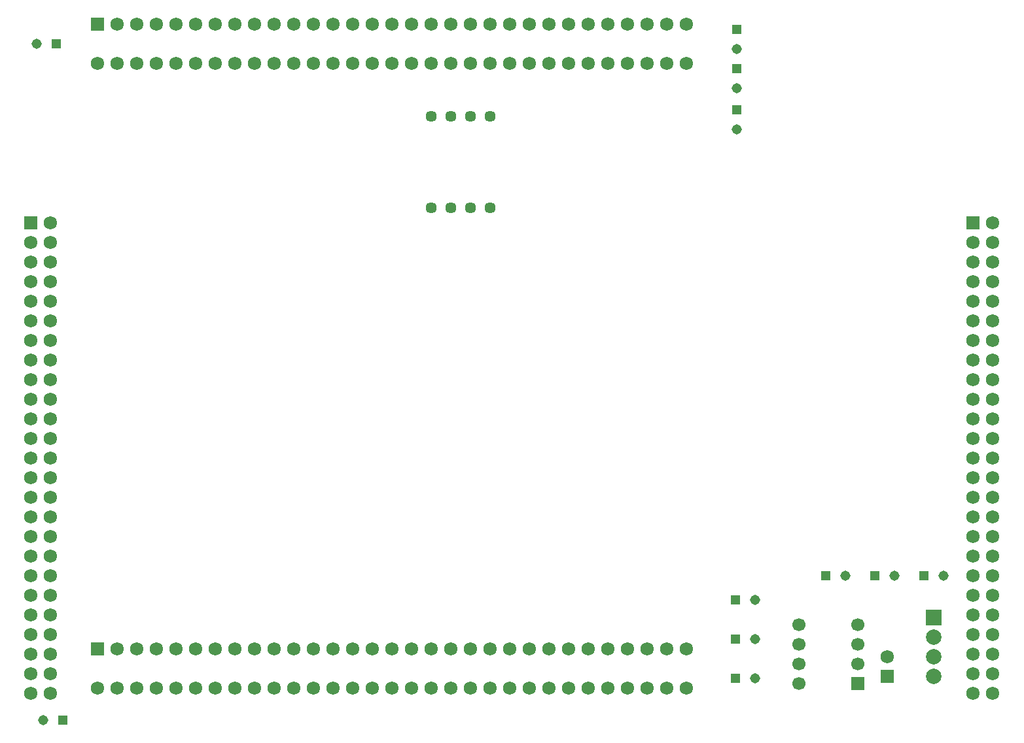
<source format=gbr>
G04 DipTrace 4.0.0.5*
G04 TopMask.gbr*
%MOIN*%
G04 #@! TF.FileFunction,Soldermask,Top*
G04 #@! TF.Part,Single*
%ADD37C,0.057093*%
%ADD39C,0.066935*%
%ADD41R,0.066935X0.066935*%
%ADD43C,0.078746*%
%ADD45R,0.078746X0.078746*%
%ADD47C,0.051581*%
%ADD49R,0.051581X0.051581*%
%ADD51R,0.06788X0.06788*%
%ADD53C,0.06788*%
%FSLAX26Y26*%
G04*
G70*
G90*
G75*
G01*
G04 TopMask*
%LPD*%
D53*
X5393700Y943700D3*
X593700D3*
X493700D3*
X593700Y1043700D3*
X493700D3*
X593700Y1343700D3*
X493700D3*
X593700Y1843700D3*
X493700D3*
X593700Y3043700D3*
Y2943700D3*
Y2843700D3*
Y2743700D3*
Y2643700D3*
Y2543700D3*
Y2443700D3*
Y2343700D3*
Y2243700D3*
Y2143700D3*
X493700D3*
Y2243700D3*
Y2343700D3*
Y2443700D3*
Y2543700D3*
Y2643700D3*
Y2743700D3*
Y2843700D3*
Y2943700D3*
D51*
Y3043700D3*
D53*
Y2043700D3*
X593700D3*
X493700Y1943700D3*
X593700D3*
X493700Y1743700D3*
X593700D3*
X493700Y1643700D3*
X593700D3*
X493700Y1543700D3*
X593700D3*
X493700Y1443700D3*
X593700D3*
X493700Y1243700D3*
X593700D3*
Y1143700D3*
X493700D3*
Y843700D3*
X593700D3*
X493700Y743700D3*
X593700D3*
X493700Y643700D3*
X593700D3*
X5293700Y943700D3*
X5393700Y1043700D3*
X5293700D3*
X5393700Y1343700D3*
X5293700D3*
X5393700Y1843700D3*
X5293700D3*
X5393700Y3043700D3*
Y2943700D3*
Y2843700D3*
Y2743700D3*
Y2643700D3*
Y2543700D3*
Y2443700D3*
Y2343700D3*
Y2243700D3*
Y2143700D3*
X5293700D3*
Y2243700D3*
Y2343700D3*
Y2443700D3*
Y2543700D3*
Y2643700D3*
Y2743700D3*
Y2843700D3*
Y2943700D3*
D51*
Y3043700D3*
D53*
Y2043700D3*
X5393700D3*
X5293700Y1943700D3*
X5393700D3*
X5293700Y1743700D3*
X5393700D3*
X5293700Y1643700D3*
X5393700D3*
X5293700Y1543700D3*
X5393700D3*
X5293700Y1443700D3*
X5393700D3*
X5293700Y1243700D3*
X5393700D3*
Y1143700D3*
X5293700D3*
Y843700D3*
X5393700D3*
X5293700Y743700D3*
X5393700D3*
X5293700Y643700D3*
X5393700D3*
D49*
X4793700Y1243700D3*
D47*
X4893700D3*
D53*
X3731200Y868700D3*
Y668700D3*
X3631200Y868700D3*
Y668700D3*
X3231200Y868700D3*
Y668700D3*
X3131200Y868700D3*
Y668700D3*
X3031200Y868700D3*
Y668700D3*
X2731200D3*
Y868700D3*
X2631200D3*
Y668700D3*
X2231200D3*
X2131200D3*
X2031200D3*
X1931200D3*
X1831200D3*
X831200D3*
X931200D3*
X1031200D3*
X1131200D3*
X1231200D3*
X1331200D3*
X1431200D3*
X1531200D3*
X1631200D3*
X1731200D3*
X2231200Y868700D3*
X2131200D3*
X2031200D3*
X1931200D3*
X1831200D3*
X1731200D3*
X1631200D3*
X1531200D3*
X1431200D3*
X1331200D3*
X1231200D3*
X1131200D3*
X1031200D3*
X931200D3*
D51*
X831200D3*
D53*
X2331200Y668700D3*
Y868700D3*
X2431200D3*
Y668700D3*
X2531200Y868700D3*
Y668700D3*
X2831200D3*
Y868700D3*
X2931200D3*
Y668700D3*
X3331200D3*
Y868700D3*
X3431200Y668700D3*
Y868700D3*
X3531200Y668700D3*
Y868700D3*
X3831200Y668700D3*
Y868700D3*
D45*
X5093700Y1031200D3*
D43*
Y931200D3*
Y831200D3*
Y731200D3*
D41*
X4706200Y693700D3*
D39*
Y793700D3*
Y893700D3*
Y993700D3*
X4406200D3*
Y893700D3*
Y793700D3*
Y693700D3*
D49*
X4543700Y1243700D3*
D47*
X4643700D3*
D51*
X4856200Y731200D3*
D53*
Y831200D3*
D49*
X623773Y3956200D3*
D47*
X523773D3*
D49*
X4088627Y4031200D3*
D47*
Y3931200D3*
D49*
Y3618700D3*
D47*
Y3518700D3*
D49*
X4088626Y3831200D3*
D47*
X4088627Y3731200D3*
D49*
X4081200Y918700D3*
D47*
X4181200D3*
D49*
X4081200Y718700D3*
D47*
X4181200D3*
D49*
X4081200Y1118700D3*
D47*
X4181200D3*
D49*
X656200Y506200D3*
D47*
X556200D3*
D49*
X5043700Y1243700D3*
D47*
X5143700D3*
D53*
X3731200Y4056200D3*
Y3856200D3*
X3631200Y4056200D3*
Y3856200D3*
X3231200Y4056200D3*
Y3856200D3*
X3131200Y4056200D3*
Y3856200D3*
X3031200Y4056200D3*
Y3856200D3*
X2731200D3*
Y4056200D3*
X2631200D3*
Y3856200D3*
X2231200D3*
X2131200D3*
X2031200D3*
X1931200D3*
X1831200D3*
X831200D3*
X931200D3*
X1031200D3*
X1131200D3*
X1231200D3*
X1331200D3*
X1431200D3*
X1531200D3*
X1631200D3*
X1731200D3*
X2231200Y4056200D3*
X2131200D3*
X2031200D3*
X1931200D3*
X1831200D3*
X1731200D3*
X1631200D3*
X1531200D3*
X1431200D3*
X1331200D3*
X1231200D3*
X1131200D3*
X1031200D3*
X931200D3*
D51*
X831200D3*
D53*
X2331200Y3856200D3*
Y4056200D3*
X2431200D3*
Y3856200D3*
X2531200Y4056200D3*
Y3856200D3*
X2831200D3*
Y4056200D3*
X2931200D3*
Y3856200D3*
X3331200D3*
Y4056200D3*
X3431200Y3856200D3*
Y4056200D3*
X3531200Y3856200D3*
Y4056200D3*
X3831200Y3856200D3*
Y4056200D3*
D37*
X2531200Y3118700D3*
Y3587204D3*
X2631200Y3118700D3*
Y3587204D3*
X2731200Y3118700D3*
Y3587204D3*
X2831200Y3118700D3*
Y3587204D3*
M02*

</source>
